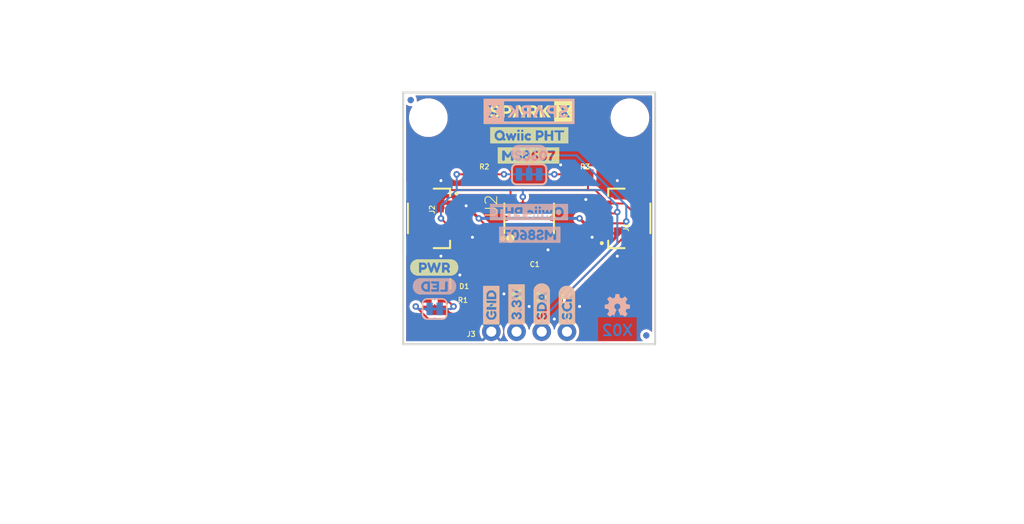
<source format=kicad_pcb>
(kicad_pcb (version 20211014) (generator pcbnew)
  (layers (0 "F.Cu" signal) (31 "B.Cu" signal) (34 "B.Paste" user) (35 "F.Paste" user) (36 "B.SilkS" user "B.Silkscreen") (37 "F.SilkS" user "F.Silkscreen") (38 "B.Mask" user) (39 "F.Mask" user) (44 "Edge.Cuts" user))
  (net 0 "")
  (net 1 "3.3V")
  (net 2 "GND")
  (net 3 "SCL")
  (net 4 "SDA")
  (net 5 "N$1")
  (net 6 "N$2")
  (net 7 "N$3")
  (net 8 "N$4")
  (footprint "eagleBoard:GND1" (layer "F.Cu") (at 144.6911 116.1796 90)
    (fp_text reference "U$22" hide)
    (fp_text value "" hide)
  )
  (footprint "eagleBoard:QWIIC_PHT0" (layer "F.Cu") (at 144.0561 96.6216)
    (fp_text reference "U$9" hide)
    (fp_text value "" hide)
  )
  (footprint "eagleBoard:0603" (layer "F.Cu") (at 138.9761 113.0046)
    (fp_text reference "R1" (at 2.286 0.254) (layer "F.SilkS") (effects (font (size 0.512064 0.512064) (thickness 0.097536)) (justify left)))
    (fp_text value "1k" hide)
    (pad "1" smd rect (at -0.85 0) (size 1.1 1) (layers "F.Cu" "F.Paste" "F.Mask") (net 7 "N$3"))
    (pad "2" smd rect (at 0.85 0) (size 1.1 1) (layers "F.Cu" "F.Paste" "F.Mask") (net 8 "N$4"))
  )
  (footprint "eagleBoard:SDA8" (layer "F.Cu") (at 149.7711 116.1796 90)
    (fp_text reference "U$27" hide)
    (fp_text value "" hide)
  )
  (footprint "eagleBoard:(PWR)" (layer "F.Cu") (at 136.4361 109.9566)
    (fp_text reference "U$10" hide)
    (fp_text value "" hide)
  )
  (footprint "eagleBoard:JST04_1MM_RA" (layer "F.Cu") (at 140.8811 105.0036 -90)
    (fp_text reference "J2" (at -1.397 2.159 90) (layer "F.SilkS") (effects (font (size 0.512064 0.512064) (thickness 0.097536)) (justify right)))
    (fp_text value "Qwiic Right Angle")
    (pad "1" smd rect (at -1.5 0 270) (size 0.6 1.35) (layers "F.Cu" "F.Paste" "F.Mask") (net 2 "GND"))
    (pad "2" smd rect (at -0.5 0 270) (size 0.6 1.35) (layers "F.Cu" "F.Paste" "F.Mask") (net 1 "3.3V"))
    (pad "3" smd rect (at 0.5 0 270) (size 0.6 1.35) (layers "F.Cu" "F.Paste" "F.Mask") (net 4 "SDA"))
    (pad "4" smd rect (at 1.5 0 270) (size 0.6 1.35) (layers "F.Cu" "F.Paste" "F.Mask") (net 3 "SCL"))
    (pad "NC1" smd rect (at 2.8 3.675 270) (size 1.2 2) (layers "F.Cu" "F.Paste" "F.Mask"))
    (pad "NC2" smd rect (at -2.8 3.675 270) (size 1.2 2) (layers "F.Cu" "F.Paste" "F.Mask"))
  )
  (footprint "eagleBoard:SPARKX-MEDIUM" (layer "F.Cu") (at 148.5011 94.2086)
    (fp_text reference "U$1" hide)
    (fp_text value "SPARKX-LOGO4" hide)
  )
  (footprint "eagleBoard:0603" (layer "F.Cu") (at 153.5811 100.5586 180)
    (fp_text reference "R3" (at 0 0.762) (layer "F.SilkS") (effects (font (size 0.512064 0.512064) (thickness 0.097536)) (justify left)))
    (fp_text value "2.2k" hide)
    (pad "1" smd rect (at -0.85 0 180) (size 1.1 1) (layers "F.Cu" "F.Paste" "F.Mask") (net 3 "SCL"))
    (pad "2" smd rect (at 0.85 0 180) (size 1.1 1) (layers "F.Cu" "F.Paste" "F.Mask") (net 5 "N$1"))
  )
  (footprint "eagleBoard:STAND-OFF" (layer "F.Cu") (at 158.6611 94.8436)
    (fp_text reference "JP4" hide)
    (fp_text value "STAND-OFF" hide)
    (pad "" np_thru_hole circle (at 0 0) (size 3.302 3.302) (drill 3.302) (layers *.Cu *.Mask))
  )
  (footprint "eagleBoard:STAND-OFF" (layer "F.Cu") (at 138.3411 94.8436)
    (fp_text reference "JP3" hide)
    (fp_text value "STAND-OFF" hide)
    (pad "" np_thru_hole circle (at 0 0) (size 3.302 3.302) (drill 3.302) (layers *.Cu *.Mask))
  )
  (footprint "eagleBoard:MS8607-02BA01" (layer "F.Cu") (at 148.5011 105.0036 90)
    (fp_text reference "U2" (at 0 -3.81 90) (layer "F.SilkS") (effects (font (size 1.176528 1.176528) (thickness 0.093472)) (justify left)))
    (fp_text value "MS8607-02BA01")
    (pad "1" smd rect (at -1.1 -1.875 90) (size 1.1 0.6) (layers "F.Cu" "F.Paste" "F.Mask") (net 1 "3.3V"))
    (pad "2" smd rect (at -1.1 -0.625 90) (size 1.1 0.6) (layers "F.Cu" "F.Paste" "F.Mask"))
    (pad "3" smd rect (at -1.1 0.625 90) (size 1.1 0.6) (layers "F.Cu" "F.Paste" "F.Mask") (net 2 "GND"))
    (pad "4" smd rect (at -1.1 1.875 90) (size 1.1 0.6) (layers "F.Cu" "F.Paste" "F.Mask"))
    (pad "5" smd rect (at 1.1 1.875 90) (size 1.1 0.6) (layers "F.Cu" "F.Paste" "F.Mask"))
    (pad "6" smd rect (at 1.1 0.625 90) (size 1.1 0.6) (layers "F.Cu" "F.Paste" "F.Mask"))
    (pad "7" smd rect (at 1.1 -0.625 90) (size 1.1 0.6) (layers "F.Cu" "F.Paste" "F.Mask") (net 4 "SDA"))
    (pad "8" smd rect (at 1.1 -1.875 90) (size 1.1 0.6) (layers "F.Cu" "F.Paste" "F.Mask") (net 3 "SCL"))
    (zone (net 0) (net_name "") (layer "F.Cu") (connect_pads (clearance 0)) (min_thickness 0.254)
      (keepout (tracks not_allowed) (vias not_allowed) (pads not_allowed) (copperpour not_allowed) (footprints allowed))
      (fill (thermal_gap 0.508) (thermal_bridge_width 0.508))
      (polygon (pts (xy 146.4056 105.4481) (xy 146.4056 104.5591) (xy 147.0406 104.5591) (xy 147.0406 103.4796) (xy 147.45335 103.4796) (xy 147.45335 104.5591) (xy 148.3106 104.5591) (xy 148.3106 103.4796) (xy 148.6916 103.4796) (xy 148.6916 104.5591) (xy 149.54885 104.5591) (xy 149.54885 103.4796) (xy 149.9616 103.4796) (xy 149.9616 104.5591) (xy 150.5966 104.5591) (xy 150.5966 105.4481) (xy 149.9616 105.4481) (xy 149.9616 106.5276) (xy 149.54885 106.5276) (xy 149.54885 105.4481) (xy 148.6916 105.4481) (xy 148.6916 106.5276) (xy 148.3106 106.5276) (xy 148.3106 105.4481) (xy 147.45335 105.4481) (xy 147.45335 106.5276) (xy 147.0406 106.5276) (xy 147.0406 105.4481)))
    )
  )
  (footprint "eagleBoard:0603" (layer "F.Cu") (at 148.5011 108.1786)
    (fp_text reference "C1" (at 0 1.4605) (layer "F.SilkS") (effects (font (size 0.512064 0.512064) (thickness 0.097536)) (justify left)))
    (fp_text value "0.22uF" hide)
    (pad "1" smd rect (at -0.85 0) (size 1.1 1) (layers "F.Cu" "F.Paste" "F.Mask") (net 1 "3.3V"))
    (pad "2" smd rect (at 0.85 0) (size 1.1 1) (layers "F.Cu" "F.Paste" "F.Mask") (net 2 "GND"))
  )
  (footprint "eagleBoard:CREATIVE_COMMONS" (layer "F.Cu") (at 115.4811 135.4836)
    (fp_text reference "FRAME1" hide)
    (fp_text value "FRAME-LETTER" hide)
  )
  (footprint "eagleBoard:LED-0603" (layer "F.Cu") (at 138.9761 111.6076)
    (fp_text reference "D1" (at 2.413 0.254) (layer "F.SilkS") (effects (font (size 0.512064 0.512064) (thickness 0.097536)) (justify left)))
    (fp_text value "RED" hide)
    (pad "A" smd roundrect (at -0.877 0 270) (size 1 1) (layers "F.Cu" "F.Paste" "F.Mask") (roundrect_rratio 0.15) (net 7 "N$3"))
    (pad "C" smd roundrect (at 0.877 0 270) (size 1 1) (layers "F.Cu" "F.Paste" "F.Mask") (roundrect_rratio 0.15) (net 2 "GND"))
  )
  (footprint "eagleBoard:JST04_1MM_RA" (layer "F.Cu") (at 156.1211 105.0036 90)
    (fp_text reference "J1" (at -1.397 2.159 90) (layer "F.SilkS") (effects (font (size 0.512064 0.512064) (thickness 0.097536)) (justify left)))
    (fp_text value "Qwiic Right Angle")
    (pad "1" smd rect (at -1.5 0 90) (size 0.6 1.35) (layers "F.Cu" "F.Paste" "F.Mask") (net 2 "GND"))
    (pad "2" smd rect (at -0.5 0 90) (size 0.6 1.35) (layers "F.Cu" "F.Paste" "F.Mask") (net 1 "3.3V"))
    (pad "3" smd rect (at 0.5 0 90) (size 0.6 1.35) (layers "F.Cu" "F.Paste" "F.Mask") (net 4 "SDA"))
    (pad "4" smd rect (at 1.5 0 90) (size 0.6 1.35) (layers "F.Cu" "F.Paste" "F.Mask") (net 3 "SCL"))
    (pad "NC1" smd rect (at 2.8 3.675 90) (size 1.2 2) (layers "F.Cu" "F.Paste" "F.Mask"))
    (pad "NC2" smd rect (at -2.8 3.675 90) (size 1.2 2) (layers "F.Cu" "F.Paste" "F.Mask"))
  )
  (footprint "eagleBoard:0603" (layer "F.Cu") (at 143.4211 100.5586)
    (fp_text reference "R2" (at 0 -0.762) (layer "F.SilkS") (effects (font (size 0.512064 0.512064) (thickness 0.097536)) (justify left)))
    (fp_text value "2.2k" hide)
    (pad "1" smd rect (at -0.85 0) (size 1.1 1) (layers "F.Cu" "F.Paste" "F.Mask") (net 4 "SDA"))
    (pad "2" smd rect (at 0.85 0) (size 1.1 1) (layers "F.Cu" "F.Paste" "F.Mask") (net 6 "N$2"))
  )
  (footprint "eagleBoard:MS86070" (layer "F.Cu") (at 144.8181 98.6536)
    (fp_text reference "U$15" hide)
    (fp_text value "" hide)
  )
  (footprint "eagleBoard:1X04_NO_SILK" (layer "F.Cu") (at 144.6911 116.4336)
    (fp_text reference "J3" (at -2.54 0.254) (layer "F.SilkS") (effects (font (size 0.512064 0.512064) (thickness 0.097536)) (justify left)))
    (fp_text value "PTH" hide)
    (pad "1" thru_hole circle (at 0 0 90) (size 1.8796 1.8796) (drill 1.016) (layers *.Cu *.Mask) (net 2 "GND"))
    (pad "2" thru_hole circle (at 2.54 0 90) (size 1.8796 1.8796) (drill 1.016) (layers *.Cu *.Mask) (net 1 "3.3V"))
    (pad "3" thru_hole circle (at 5.08 0 90) (size 1.8796 1.8796) (drill 1.016) (layers *.Cu *.Mask) (net 4 "SDA"))
    (pad "4" thru_hole circle (at 7.62 0 90) (size 1.8796 1.8796) (drill 1.016) (layers *.Cu *.Mask) (net 3 "SCL"))
  )
  (footprint "eagleBoard:MICRO-FIDUCIAL" (layer "F.Cu") (at 160.3121 116.8146)
    (fp_text reference "JP2" hide)
    (fp_text value "FIDUCIALUFIDUCIAL" hide)
    (pad "1" smd roundrect (at 0 0) (size 0.635 0.635) (layers "F.Cu" "F.Mask") (roundrect_rratio 0.5))
  )
  (footprint "eagleBoard:MICRO-FIDUCIAL" (layer "F.Cu") (at 136.5631 93.0656)
    (fp_text reference "JP6" hide)
    (fp_text value "FIDUCIALUFIDUCIAL" hide)
    (pad "1" smd roundrect (at 0 0) (size 0.635 0.635) (layers "F.Cu" "F.Mask") (roundrect_rratio 0.5))
  )
  (footprint "eagleBoard:SCL9" (layer "F.Cu") (at 152.3111 116.1796 90)
    (fp_text reference "U$26" hide)
    (fp_text value "" hide)
  )
  (footprint "eagleBoard:3#3V2" (layer "F.Cu") (at 147.2311 116.1796 90)
    (fp_text reference "U$21" hide)
    (fp_text value "" hide)
  )
  (footprint "eagleBoard:MICRO-FIDUCIAL" (layer "B.Cu") (at 160.3121 116.8146 180)
    (fp_text reference "JP5" hide)
    (fp_text value "FIDUCIALUFIDUCIAL" hide)
    (pad "1" smd roundrect (at 0 0 180) (size 0.635 0.635) (layers "B.Cu" "B.Mask") (roundrect_rratio 0.5))
  )
  (footprint "eagleBoard:OSHW-LOGO-MINI" (layer "B.Cu") (at 157.3911 113.8936 180)
    (fp_text reference "LOGO1" hide)
    (fp_text value "OSHW-LOGOMINI" hide)
  )
  (footprint "eagleBoard:GND1" (layer "B.Cu") (at 144.6911 116.1796 90)
    (fp_text reference "U$3" hide)
    (fp_text value "" hide)
  )
  (footprint "eagleBoard:QWIIC_PHT0" (layer "B.Cu") (at 152.9461 104.3686 180)
    (fp_text reference "U$12" hide)
    (fp_text value "" hide)
  )
  (footprint "eagleBoard:SPARKX-MEDIUM" (layer "B.Cu") (at 148.5011 94.2086 180)
    (fp_text reference "U$2" hide)
    (fp_text value "SPARKX-LOGO4" hide)
  )
  (footprint "eagleBoard:(I_SUPER2_C)" (layer "B.Cu") (at 150.4061 98.3996 180)
    (fp_text reference "U$11" hide)
    (fp_text value "" hide)
  )
  (footprint "eagleBoard:MS86070" (layer "B.Cu") (at 152.1841 106.6546 180)
    (fp_text reference "U$16" hide)
    (fp_text value "" hide)
  )
  (footprint "eagleBoard:LED0" (layer "B.Cu") (at 141.2621 111.8616 180)
    (fp_text reference "U$17" hide)
    (fp_text value "" hide)
  )
  (footprint "eagleBoard:SDA8" (layer "B.Cu") (at 149.7711 116.1796 90)
    (fp_text reference "U$5" hide)
    (fp_text value "" hide)
  )
  (footprint "eagleBoard:MICRO-FIDUCIAL" (layer "B.Cu") (at 136.5631 93.0656 180)
    (fp_text reference "JP1" hide)
    (fp_text value "FIDUCIALUFIDUCIAL" hide)
    (pad "1" smd roundrect (at 0 0 180) (size 0.635 0.635) (layers "B.Cu" "B.Mask") (roundrect_rratio 0.5))
  )
  (footprint "eagleBoard:3#3V2" (layer "B.Cu") (at 147.2311 116.1796 90)
    (fp_text reference "U$4" hide)
    (fp_text value "" hide)
  )
  (footprint "eagleBoard:SCL9" (layer "B.Cu") (at 152.3111 116.1796 90)
    (fp_text reference "U$6" hide)
    (fp_text value "" hide)
  )
  (footprint "eagleBoard:SMT-JUMPER_2_NC_TRACE_SILK" (layer "B.Cu") (at 138.9761 114.1476 180)
    (fp_text reference "LED0" hide)
    (fp_text value "JUMPER-SMT_2_NC_TRACE_SILK" hide)
    (fp_line (start -0.508 0) (end 0.508 0) (layer "B.Cu") (width 0.254))
    (pad "1" smd rect (at -0.508 0 180) (size 0.635 1.27) (layers "B.Cu" "B.Mask") (net 8 "N$4"))
    (pad "2" smd rect (at 0.508 0 180) (size 0.635 1.27) (layers "B.Cu" "B.Mask") (net 1 "3.3V"))
  )
  (footprint "eagleBoard:SMT-JUMPER_3_2-NC_TRACE_SILK" (layer "B.Cu") (at 148.5011 100.5586 180)
    (fp_text reference "I2C0" hide)
    (fp_text value "JUMPER-SMT_3_2-NC_TRACE_SILK")
    (fp_line (start 0 0) (end 1.016 0) (layer "B.Cu") (width 0.254))
    (fp_line (start 0 0) (end -1.016 0) (layer "B.Cu") (width 0.254))
    (pad "1" smd rect (at -1.016 0 180) (size 0.635 1.27) (layers "B.Cu" "B.Mask") (net 5 "N$1"))
    (pad "2" smd rect (at 0 0 180) (size 0.635 1.27) (layers "B.Cu" "B.Mask") (net 1 "3.3V"))
    (pad "3" smd rect (at 1.016 0 180) (size 0.635 1.27) (layers "B.Cu" "B.Mask") (net 6 "N$2"))
  )
  (gr_line (start 161.2011 92.3036) (end 161.2011 117.7036) (layer "Edge.Cuts") (width 0.2032))
  (gr_line (start 135.8011 117.7036) (end 135.8011 92.3036) (layer "Edge.Cuts") (width 0.2032))
  (gr_line (start 135.8011 92.3036) (end 161.2011 92.3036) (layer "Edge.Cuts") (width 0.2032))
  (gr_line (start 161.2011 117.7036) (end 135.8011 117.7036) (layer "Edge.Cuts") (width 0.2032))
  (gr_text "X02" (at 157.3911 116.3066) (layer "B.Cu") (effects (font (size 1.0795 1.0795) (thickness 0.1905)) (justify mirror)))
  (segment (start 143.4211 115.1636) (end 144.0561 114.5286) (width 0.2032) (layer "F.Cu") (net 1))
  (segment (start 138.3411 115.1636) (end 143.4211 115.1636) (width 0.2032) (layer "F.Cu") (net 1))
  (segment (start 144.0561 114.5286) (end 147.6511 114.5286) (width 0.2032) (layer "F.Cu") (net 1))
  (segment (start 146.6261 106.1036) (end 146.6261 107.1536) (width 0.2032) (layer "F.Cu") (net 1))
  (segment (start 158.1127 105.5036) (end 156.1211 105.5036) (width 0.2032) (layer "F.Cu") (net 1))
  (segment (start 154.0811 105.5036) (end 153.5811 105.0036) (width 0.3048) (layer "F.Cu") (net 1))
  (segment (start 147.2311 116.4336) (end 147.6511 116.0136) (width 0.2032) (layer "F.Cu") (net 1))
  (segment (start 137.0711 113.8936) (end 138.3411 115.1636) (width 0.2032) (layer "F.Cu") (net 1))
  (segment (start 142.9211 104.5036) (end 143.4211 105.0036) (width 0.3048) (layer "F.Cu") (net 1))
  (segment (start 158.2952 105.3211) (end 158.1127 105.5036) (width 0.2032) (layer "F.Cu") (net 1))
  (segment (start 147.6511 114.5286) (end 147.6511 116.0136) (width 0.2032) (layer "F.Cu") (net 1))
  (segment (start 144.5211 106.1036) (end 143.4211 105.0036) (width 0.2032) (layer "F.Cu") (net 1))
  (segment (start 146.6261 107.1536) (end 147.6511 108.1786) (width 0.2032) (layer "F.Cu") (net 1))
  (segment (start 156.1211 105.5036) (end 154.0811 105.5036) (width 0.3048) (layer "F.Cu") (net 1))
  (segment (start 146.6261 106.1036) (end 144.5211 106.1036) (width 0.2032) (layer "F.Cu") (net 1))
  (segment (start 147.6511 114.5286) (end 147.6511 108.1786) (width 0.2032) (layer "F.Cu") (net 1))
  (segment (start 140.8811 104.5036) (end 142.9211 104.5036) (width 0.3048) (layer "F.Cu") (net 1))
  (via (at 143.4211 105.0036) (size 0.6556) (drill 0.3) (layers "F.Cu" "B.Cu") (net 1))
  (via (at 158.2952 105.3211) (size 0.6556) (drill 0.3) (layers "F.Cu" "B.Cu") (net 1))
  (via (at 153.5811 105.0036) (size 0.6556) (drill 0.3) (layers "F.Cu" "B.Cu") (net 1))
  (via (at 137.0711 113.8936) (size 0.6556) (drill 0.3) (layers "F.Cu" "B.Cu") (net 1))
  (segment (start 138.4681 114.1476) (end 137.3251 114.1476) (width 0.2032) (layer "B.Cu") (net 1))
  (segment (start 137.3251 114.1476) (end 137.0711 113.8936) (width 0.2032) (layer "B.Cu") (net 1))
  (segment (start 148.5011 100.5586) (end 148.5011 99.2886) (width 0.2032) (layer "B.Cu") (net 1))
  (segment (start 153.5811 105.0036) (end 143.4211 105.0036) (width 0.3048) (layer "B.Cu") (net 1))
  (segment (start 149.1361 98.6536) (end 153.2636 98.6536) (width 0.2032) (layer "B.Cu") (net 1))
  (segment (start 158.2952 103.6852) (end 158.2952 105.3211) (width 0.2032) (layer "B.Cu") (net 1))
  (segment (start 153.2636 98.6536) (end 158.2952 103.6852) (width 0.2032) (layer "B.Cu") (net 1))
  (segment (start 148.5011 99.2886) (end 149.1361 98.6536) (width 0.2032) (layer "B.Cu") (net 1))
  (segment (start 149.3511 108.1786) (end 150.4061 108.1786) (width 0.2032) (layer "F.Cu") (net 2))
  (segment (start 155.2561 106.5036) (end 154.8511 106.9086) (width 0.2032) (layer "F.Cu") (net 2))
  (segment (start 149.1261 106.1036) (end 149.1261 107.9536) (width 0.2032) (layer "F.Cu") (net 2))
  (segment (start 156.1211 106.5036) (end 155.2561 106.5036) (width 0.2032) (layer "F.Cu") (net 2))
  (segment (start 140.7421 110.7186) (end 141.5161 110.7186) (width 0.2032) (layer "F.Cu") (net 2))
  (segment (start 149.1261 107.9536) (end 149.3511 108.1786) (width 0.2032) (layer "F.Cu") (net 2))
  (segment (start 149.1361 107.9636) (end 149.3511 108.1786) (width 0.2032) (layer "F.Cu") (net 2))
  (segment (start 140.8811 103.5036) (end 141.9211 103.5036) (width 0.2032) (layer "F.Cu") (net 2))
  (segment (start 141.9211 103.5036) (end 142.1511 103.7336) (width 0.2032) (layer "F.Cu") (net 2))
  (segment (start 139.8531 111.6076) (end 140.7421 110.7186) (width 0.2032) (layer "F.Cu") (net 2))
  (via (at 157.3911 101.1936) (size 0.6556) (drill 0.3) (layers "F.Cu" "B.Cu") (net 2))
  (via (at 150.4061 108.1786) (size 0.6556) (drill 0.3) (layers "F.Cu" "B.Cu") (net 2))
  (via (at 142.7861 106.9086) (size 0.6556) (drill 0.3) (layers "F.Cu" "B.Cu") (net 2))
  (via (at 157.3911 108.8136) (size 0.6556) (drill 0.3) (layers "F.Cu" "B.Cu") (net 2))
  (via (at 153.5811 113.8936) (size 0.6556) (drill 0.3) (layers "F.Cu" "B.Cu") (net 2))
  (via (at 141.5161 110.7186) (size 0.6556) (drill 0.3) (layers "F.Cu" "B.Cu") (net 2))
  (via (at 145.9611 112.6236) (size 0.6556) (drill 0.3) (layers "F.Cu" "B.Cu") (net 2))
  (via (at 151.6761 99.6061) (size 0.6556) (drill 0.3) (layers "F.Cu" "B.Cu") (net 2))
  (via (at 142.1511 103.7336) (size 0.6556) (drill 0.3) (layers "F.Cu" "B.Cu") (net 2))
  (via (at 154.2161 103.0986) (size 0.6556) (drill 0.3) (layers "F.Cu" "B.Cu") (net 2))
  (via (at 139.6111 108.8136) (size 0.6556) (drill 0.3) (layers "F.Cu" "B.Cu") (net 2))
  (via (at 151.0411 115.1636) (size 0.6556) (drill 0.3) (layers "F.Cu" "B.Cu") (net 2))
  (via (at 148.5011 113.8936) (size 0.6556) (drill 0.3) (layers "F.Cu" "B.Cu") (net 2))
  (via (at 154.8511 106.9086) (size 0.6556) (drill 0.3) (layers "F.Cu" "B.Cu") (net 2))
  (via (at 139.6111 101.1936) (size 0.6556) (drill 0.3) (layers "F.Cu" "B.Cu") (net 2))
  (segment (start 158.1136 103.5036) (end 156.1211 103.5036) (width 0.2032) (layer "F.Cu") (net 3))
  (segment (start 152.3111 112.6236) (end 159.2961 105.6386) (width 0.2032) (layer "F.Cu") (net 3))
  (segment (start 139.9286 102.1461) (end 146.5961 102.1461) (width 0.2032) (layer "F.Cu") (net 3))
  (segment (start 152.3111 116.4336) (end 152.3111 112.6236) (width 0.2032) (layer "F.Cu") (net 3))
  (segment (start 156.1211 103.5036) (end 156.1211 103.0986) (width 0.2032) (layer "F.Cu") (net 3))
  (segment (start 146.5961 102.1461) (end 154.4311 102.1461) (width 0.2032) (layer "F.Cu") (net 3))
  (segment (start 146.6261 102.1761) (end 146.5961 102.1461) (width 0.2032) (layer "F.Cu") (net 3))
  (segment (start 138.3411 105.0036) (end 138.3411 103.7336) (width 0.2032) (layer "F.Cu") (net 3))
  (segment (start 146.6261 103.9036) (end 146.6261 102.1761) (width 0.2032) (layer "F.Cu") (net 3))
  (segment (start 139.8411 106.5036) (end 138.3411 105.0036) (width 0.2032) (layer "F.Cu") (net 3))
  (segment (start 138.3411 103.7336) (end 139.9286 102.1461) (width 0.2032) (layer "F.Cu") (net 3))
  (segment (start 159.2961 104.6861) (end 158.1136 103.5036) (width 0.2032) (layer "F.Cu") (net 3))
  (segment (start 156.1211 103.0986) (end 155.1686 102.1461) (width 0.2032) (layer "F.Cu") (net 3))
  (segment (start 159.2961 105.6386) (end 159.2961 104.6861) (width 0.2032) (layer "F.Cu") (net 3))
  (segment (start 155.1686 102.1461) (end 154.4311 102.1461) (width 0.2032) (layer "F.Cu") (net 3))
  (segment (start 140.8811 106.5036) (end 139.8411 106.5036) (width 0.2032) (layer "F.Cu") (net 3))
  (segment (start 154.4311 100.5586) (end 154.4311 102.1461) (width 0.2032) (layer "F.Cu") (net 3))
  (segment (start 157.2561 104.5036) (end 156.1211 104.5036) (width 0.2032) (layer "F.Cu") (net 4))
  (segment (start 157.3911 104.3686) (end 157.2561 104.5036) (width 0.2032) (layer "F.Cu") (net 4))
  (segment (start 147.8761 102.8395) (end 147.8661 102.8295) (width 0.2032) (layer "F.Cu") (net 4))
  (segment (start 142.5711 100.5586) (end 141.1986 100.5586) (width 0.2032) (layer "F.Cu") (net 4))
  (segment (start 140.1111 105.5036) (end 139.6111 105.0036) (width 0.2032) (layer "F.Cu") (net 4))
  (segment (start 147.8761 103.9036) (end 147.8661 103.8936) (width 0.2032) (layer "F.Cu") (net 4))
  (segment (start 147.8661 103.8936) (end 147.8661 102.8295) (width 0.2032) (layer "F.Cu") (net 4))
  (segment (start 140.8811 105.5036) (end 140.1111 105.5036) (width 0.2032) (layer "F.Cu") (net 4))
  (via (at 157.3911 104.3686) (size 0.6556) (drill 0.3) (layers "F.Cu" "B.Cu") (net 4))
  (via (at 139.6111 105.0036) (size 0.6556) (drill 0.3) (layers "F.Cu" "B.Cu") (net 4))
  (via (at 147.8661 102.8295) (size 0.6556) (drill 0.3) (layers "F.Cu" "B.Cu") (net 4))
  (via (at 141.1986 100.5586) (size 0.6556) (drill 0.3) (layers "F.Cu" "B.Cu") (net 4))
  (segment (start 149.7711 116.4336) (end 149.7711 115.1636) (width 0.2032) (layer "B.Cu") (net 4))
  (segment (start 149.7711 115.1636) (end 157.3911 107.5436) (width 0.2032) (layer "B.Cu") (net 4))
  (segment (start 139.6111 103.7336) (end 141.1986 102.1461) (width 0.2032) (layer "B.Cu") (net 4))
  (segment (start 141.1986 102.1461) (end 147.8661 102.1461) (width 0.2032) (layer "B.Cu") (net 4))
  (segment (start 157.3911 103.7336) (end 155.8036 102.1461) (width 0.2032) (layer "B.Cu") (net 4))
  (segment (start 141.1986 100.5586) (end 141.1986 102.1461) (width 0.2032) (layer "B.Cu") (net 4))
  (segment (start 157.3911 107.5436) (end 157.3911 104.3686) (width 0.2032) (layer "B.Cu") (net 4))
  (segment (start 139.6111 105.0036) (end 139.6111 103.7336) (width 0.2032) (layer "B.Cu") (net 4))
  (segment (start 147.8661 102.1461) (end 155.8036 102.1461) (width 0.2032) (layer "B.Cu") (net 4))
  (segment (start 157.3911 103.7336) (end 157.3911 104.3686) (width 0.2032) (layer "B.Cu") (net 4))
  (segment (start 147.8661 102.8295) (end 147.8661 102.1461) (width 0.2032) (layer "B.Cu") (net 4))
  (segment (start 152.7311 100.5586) (end 151.0411 100.5586) (width 0.2032) (layer "F.Cu") (net 5))
  (via (at 151.0411 100.5586) (size 0.6556) (drill 0.3) (layers "F.Cu" "B.Cu") (net 5))
  (segment (start 151.0411 100.5586) (end 149.5171 100.5586) (width 0.2032) (layer "B.Cu") (net 5))
  (segment (start 145.9611 100.5586) (end 144.2711 100.5586) (width 0.2032) (layer "F.Cu") (net 6))
  (via (at 145.9611 100.5586) (size 0.6556) (drill 0.3) (layers "F.Cu" "B.Cu") (net 6))
  (segment (start 147.4851 100.5586) (end 145.9611 100.5586) (width 0.2032) (layer "B.Cu") (net 6))
  (segment (start 138.0991 112.9776) (end 138.1261 113.0046) (width 0.2032) (layer "F.Cu") (net 7))
  (segment (start 138.0991 111.6076) (end 138.0991 112.9776) (width 0.2032) (layer "F.Cu") (net 7))
  (segment (start 139.9921 113.0046) (end 140.8811 113.8936) (width 0.2032) (layer "F.Cu") (net 8))
  (segment (start 139.8261 113.0046) (end 139.9921 113.0046) (width 0.2032) (layer "F.Cu") (net 8))
  (via (at 140.8811 113.8936) (size 0.6556) (drill 0.3) (layers "F.Cu" "B.Cu") (net 8))
  (segment (start 139.4841 114.1476) (end 140.6271 114.1476) (width 0.2032) (layer "B.Cu") (net 8))
  (segment (start 140.6271 114.1476) (end 140.8811 113.8936) (width 0.2032) (layer "B.Cu") (net 8))
  (zone (net 2) (net_name "GND") (layer "F.Cu") (priority 6) (connect_pads (clearance 0.3048)) (min_thickness 0.1016) (fill yes (thermal_gap 0.2532) (thermal_bridge_width 0.2532))
    (polygon (pts (xy 161.3027 117.8052) (xy 135.6995 117.8052) (xy 135.6995 92.202) (xy 161.3027 92.202)))
  )
  (zone (net 2) (net_name "GND") (layer "B.Cu") (priority 6) (connect_pads (clearance 0.3048)) (min_thickness 0.1016) (fill yes (thermal_gap 0.2532) (thermal_bridge_width 0.2532))
    (polygon (pts (xy 161.3027 117.8052) (xy 135.6995 117.8052) (xy 135.6995 92.202) (xy 161.3027 92.202)))
  )
)
</source>
